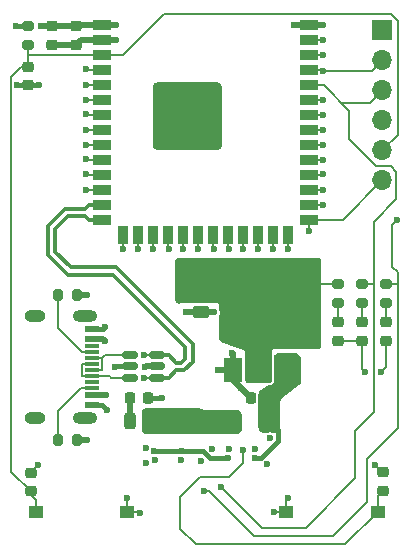
<source format=gbr>
%TF.GenerationSoftware,KiCad,Pcbnew,7.0.5-7.0.5~ubuntu20.04.1*%
%TF.CreationDate,2023-06-26T22:11:10+02:00*%
%TF.ProjectId,ESP32_UniBoard,45535033-325f-4556-9e69-426f6172642e,rev?*%
%TF.SameCoordinates,Original*%
%TF.FileFunction,Copper,L1,Top*%
%TF.FilePolarity,Positive*%
%FSLAX46Y46*%
G04 Gerber Fmt 4.6, Leading zero omitted, Abs format (unit mm)*
G04 Created by KiCad (PCBNEW 7.0.5-7.0.5~ubuntu20.04.1) date 2023-06-26 22:11:10*
%MOMM*%
%LPD*%
G01*
G04 APERTURE LIST*
G04 Aperture macros list*
%AMRoundRect*
0 Rectangle with rounded corners*
0 $1 Rounding radius*
0 $2 $3 $4 $5 $6 $7 $8 $9 X,Y pos of 4 corners*
0 Add a 4 corners polygon primitive as box body*
4,1,4,$2,$3,$4,$5,$6,$7,$8,$9,$2,$3,0*
0 Add four circle primitives for the rounded corners*
1,1,$1+$1,$2,$3*
1,1,$1+$1,$4,$5*
1,1,$1+$1,$6,$7*
1,1,$1+$1,$8,$9*
0 Add four rect primitives between the rounded corners*
20,1,$1+$1,$2,$3,$4,$5,0*
20,1,$1+$1,$4,$5,$6,$7,0*
20,1,$1+$1,$6,$7,$8,$9,0*
20,1,$1+$1,$8,$9,$2,$3,0*%
G04 Aperture macros list end*
%TA.AperFunction,ComponentPad*%
%ADD10R,1.700000X1.700000*%
%TD*%
%TA.AperFunction,ComponentPad*%
%ADD11O,1.700000X1.700000*%
%TD*%
%TA.AperFunction,SMDPad,CuDef*%
%ADD12R,1.500000X0.900000*%
%TD*%
%TA.AperFunction,SMDPad,CuDef*%
%ADD13R,0.900000X1.500000*%
%TD*%
%TA.AperFunction,SMDPad,CuDef*%
%ADD14R,0.900000X0.900000*%
%TD*%
%TA.AperFunction,SMDPad,CuDef*%
%ADD15RoundRect,0.243750X-0.243750X-0.456250X0.243750X-0.456250X0.243750X0.456250X-0.243750X0.456250X0*%
%TD*%
%TA.AperFunction,SMDPad,CuDef*%
%ADD16RoundRect,0.200000X-0.200000X-0.275000X0.200000X-0.275000X0.200000X0.275000X-0.200000X0.275000X0*%
%TD*%
%TA.AperFunction,SMDPad,CuDef*%
%ADD17R,1.250000X1.000000*%
%TD*%
%TA.AperFunction,SMDPad,CuDef*%
%ADD18RoundRect,0.218750X0.256250X-0.218750X0.256250X0.218750X-0.256250X0.218750X-0.256250X-0.218750X0*%
%TD*%
%TA.AperFunction,SMDPad,CuDef*%
%ADD19RoundRect,0.200000X-0.275000X0.200000X-0.275000X-0.200000X0.275000X-0.200000X0.275000X0.200000X0*%
%TD*%
%TA.AperFunction,SMDPad,CuDef*%
%ADD20RoundRect,0.225000X0.250000X-0.225000X0.250000X0.225000X-0.250000X0.225000X-0.250000X-0.225000X0*%
%TD*%
%TA.AperFunction,SMDPad,CuDef*%
%ADD21RoundRect,0.225000X0.225000X0.250000X-0.225000X0.250000X-0.225000X-0.250000X0.225000X-0.250000X0*%
%TD*%
%TA.AperFunction,SMDPad,CuDef*%
%ADD22R,1.240000X0.600000*%
%TD*%
%TA.AperFunction,SMDPad,CuDef*%
%ADD23R,1.240000X0.300000*%
%TD*%
%TA.AperFunction,ComponentPad*%
%ADD24O,2.100000X1.000000*%
%TD*%
%TA.AperFunction,ComponentPad*%
%ADD25O,1.800000X1.000000*%
%TD*%
%TA.AperFunction,SMDPad,CuDef*%
%ADD26RoundRect,0.150000X-0.512500X-0.150000X0.512500X-0.150000X0.512500X0.150000X-0.512500X0.150000X0*%
%TD*%
%TA.AperFunction,SMDPad,CuDef*%
%ADD27RoundRect,0.225000X-0.250000X0.225000X-0.250000X-0.225000X0.250000X-0.225000X0.250000X0.225000X0*%
%TD*%
%TA.AperFunction,SMDPad,CuDef*%
%ADD28RoundRect,0.225000X-0.225000X-0.250000X0.225000X-0.250000X0.225000X0.250000X-0.225000X0.250000X0*%
%TD*%
%TA.AperFunction,SMDPad,CuDef*%
%ADD29R,1.500000X2.000000*%
%TD*%
%TA.AperFunction,SMDPad,CuDef*%
%ADD30R,3.800000X2.000000*%
%TD*%
%TA.AperFunction,SMDPad,CuDef*%
%ADD31RoundRect,0.225000X0.225000X0.375000X-0.225000X0.375000X-0.225000X-0.375000X0.225000X-0.375000X0*%
%TD*%
%TA.AperFunction,SMDPad,CuDef*%
%ADD32RoundRect,0.250000X-0.475000X0.250000X-0.475000X-0.250000X0.475000X-0.250000X0.475000X0.250000X0*%
%TD*%
%TA.AperFunction,ViaPad*%
%ADD33C,0.600000*%
%TD*%
%TA.AperFunction,Conductor*%
%ADD34C,0.200000*%
%TD*%
%TA.AperFunction,Conductor*%
%ADD35C,0.400000*%
%TD*%
%TA.AperFunction,Conductor*%
%ADD36C,0.500000*%
%TD*%
%TA.AperFunction,Conductor*%
%ADD37C,0.310000*%
%TD*%
G04 APERTURE END LIST*
D10*
%TO.P,J2,1,Pin_1*%
%TO.N,GND*%
X136117300Y-52500000D03*
D11*
%TO.P,J2,2,Pin_2*%
%TO.N,/ESP_TX*%
X136117300Y-55040000D03*
%TO.P,J2,3,Pin_3*%
%TO.N,/ESP_RX*%
X136117300Y-57580000D03*
%TO.P,J2,4,Pin_4*%
%TO.N,+3V3*%
X136117300Y-60120000D03*
%TO.P,J2,5,Pin_5*%
%TO.N,/EN*%
X136117300Y-62660000D03*
%TO.P,J2,6,Pin_6*%
%TO.N,/BOOT*%
X136117300Y-65200000D03*
%TD*%
D12*
%TO.P,U1,1,GND*%
%TO.N,GND*%
X112367300Y-52043200D03*
%TO.P,U1,2,3V3*%
%TO.N,+3V3*%
X112367300Y-53313200D03*
%TO.P,U1,3,EN*%
%TO.N,/EN*%
X112367300Y-54583200D03*
%TO.P,U1,4,GPIO4/TOUCH4/ADC1_CH3*%
%TO.N,/GPIO4*%
X112367300Y-55853200D03*
%TO.P,U1,5,GPIO5/TOUCH5/ADC1_CH4*%
%TO.N,/GPIO5*%
X112367300Y-57123200D03*
%TO.P,U1,6,GPIO6/TOUCH6/ADC1_CH5*%
%TO.N,/GPIO6*%
X112367300Y-58393200D03*
%TO.P,U1,7,GPIO7/TOUCH7/ADC1_CH6*%
%TO.N,/GPIO7*%
X112367300Y-59663200D03*
%TO.P,U1,8,GPIO15/U0RTS/ADC2_CH4/XTAL_32K_P*%
%TO.N,/GPIO15*%
X112367300Y-60933200D03*
%TO.P,U1,9,GPIO16/U0CTS/ADC2_CH5/XTAL_32K_N*%
%TO.N,/GPIO16*%
X112367300Y-62203200D03*
%TO.P,U1,10,GPIO17/U1TXD/ADC2_CH6*%
%TO.N,/GPIO17*%
X112367300Y-63473200D03*
%TO.P,U1,11,GPIO18/U1RXD/ADC2_CH7/CLK_OUT3*%
%TO.N,/GPIO18*%
X112367300Y-64743200D03*
%TO.P,U1,12,GPIO8/TOUCH8/ADC1_CH7/SUBSPICS1*%
%TO.N,/GPIO8*%
X112367300Y-66013200D03*
%TO.P,U1,13,GPIO19/U1RTS/ADC2_CH8/CLK_OUT2/USB_D-*%
%TO.N,/DPr_N*%
X112367300Y-67283200D03*
%TO.P,U1,14,GPIO20/U1CTS/ADC2_CH9/CLK_OUT1/USB_D+*%
%TO.N,/DPr_P*%
X112367300Y-68553200D03*
D13*
%TO.P,U1,15,GPIO3/TOUCH3/ADC1_CH2*%
%TO.N,/GPIO3*%
X114132300Y-69803200D03*
%TO.P,U1,16,GPIO46*%
%TO.N,/GPIO46*%
X115402300Y-69803200D03*
%TO.P,U1,17,GPIO9/TOUCH9/ADC1_CH8/FSPIHD/SUBSPIHD*%
%TO.N,/GPIO9*%
X116672300Y-69803200D03*
%TO.P,U1,18,GPIO10/TOUCH10/ADC1_CH9/FSPICS0/FSPIIO4/SUBSPICS0*%
%TO.N,/GPIO10*%
X117942300Y-69803200D03*
%TO.P,U1,19,GPIO11/TOUCH11/ADC2_CH0/FSPID/FSPIIO5/SUBSPID*%
%TO.N,/GPIO11*%
X119212300Y-69803200D03*
%TO.P,U1,20,GPIO12/TOUCH12/ADC2_CH1/FSPICLK/FSPIIO6/SUBSPICLK*%
%TO.N,/GPIO12*%
X120482300Y-69803200D03*
%TO.P,U1,21,GPIO13/TOUCH13/ADC2_CH2/FSPIQ/FSPIIO7/SUBSPIQ*%
%TO.N,/GPIO13*%
X121752300Y-69803200D03*
%TO.P,U1,22,GPIO14/TOUCH14/ADC2_CH3/FSPIWP/FSPIDQS/SUBSPIWP*%
%TO.N,/GPIO14*%
X123022300Y-69803200D03*
%TO.P,U1,23,GPIO21*%
%TO.N,/GPIO21*%
X124292300Y-69803200D03*
%TO.P,U1,24,GPIO47/SPICLK_P/SUBSPICLK_P_DIFF*%
%TO.N,/GPIO47*%
X125562300Y-69803200D03*
%TO.P,U1,25,GPIO48/SPICLK_N/SUBSPICLK_N_DIFF*%
%TO.N,/GPIO48*%
X126832300Y-69803200D03*
%TO.P,U1,26,GPIO45*%
%TO.N,/GPIO45*%
X128102300Y-69803200D03*
D12*
%TO.P,U1,27,GPIO0/BOOT*%
%TO.N,/BOOT*%
X129867300Y-68553200D03*
%TO.P,U1,28,SPIIO6/GPIO35/FSPID/SUBSPID*%
%TO.N,/GPIO35*%
X129867300Y-67283200D03*
%TO.P,U1,29,SPIIO7/GPIO36/FSPICLK/SUBSPICLK*%
%TO.N,/GPIO36*%
X129867300Y-66013200D03*
%TO.P,U1,30,SPIDQS/GPIO37/FSPIQ/SUBSPIQ*%
%TO.N,/GPIO37*%
X129867300Y-64743200D03*
%TO.P,U1,31,GPIO38/FSPIWP/SUBSPIWP*%
%TO.N,/GPIO38*%
X129867300Y-63473200D03*
%TO.P,U1,32,MTCK/GPIO39/CLK_OUT3/SUBSPICS1*%
%TO.N,/GPIO39*%
X129867300Y-62203200D03*
%TO.P,U1,33,MTDO/GPIO40/CLK_OUT2*%
%TO.N,/GPIO40*%
X129867300Y-60933200D03*
%TO.P,U1,34,MTDI/GPIO41/CLK_OUT1*%
%TO.N,/GPIO41*%
X129867300Y-59663200D03*
%TO.P,U1,35,MTMS/GPIO42*%
%TO.N,/GPIO42*%
X129867300Y-58393200D03*
%TO.P,U1,36,U0RXD/GPIO44/CLK_OUT2*%
%TO.N,/ESP_RX*%
X129867300Y-57123200D03*
%TO.P,U1,37,U0TXD/GPIO43/CLK_OUT1*%
%TO.N,/ESP_TX*%
X129867300Y-55853200D03*
%TO.P,U1,38,GPIO2/TOUCH2/ADC1_CH1*%
%TO.N,/GPIO2*%
X129867300Y-54583200D03*
%TO.P,U1,39,GPIO1/TOUCH1/ADC1_CH0*%
%TO.N,/GPIO1*%
X129867300Y-53313200D03*
%TO.P,U1,40,GND*%
%TO.N,GND*%
X129867300Y-52043200D03*
D14*
%TO.P,U1,41,GND*%
X118217300Y-58363200D03*
X118217300Y-59763200D03*
X118217300Y-61163200D03*
X119617300Y-58363200D03*
X119617300Y-59763200D03*
X119617300Y-61163200D03*
X121017300Y-58363200D03*
X121017300Y-59763200D03*
X121017300Y-61163200D03*
%TD*%
D15*
%TO.P,F1,1*%
%TO.N,VBUS*%
X114752800Y-85603200D03*
%TO.P,F1,2*%
%TO.N,/VBUS_Fused*%
X116627800Y-85603200D03*
%TD*%
D16*
%TO.P,R2,1*%
%TO.N,/R_CC2*%
X108640100Y-87182800D03*
%TO.P,R2,2*%
%TO.N,GND*%
X110290100Y-87182800D03*
%TD*%
D17*
%TO.P,SW1,1,1*%
%TO.N,GND*%
X114492300Y-93303200D03*
%TO.P,SW1,2,2*%
%TO.N,/EN*%
X106742300Y-93303200D03*
%TD*%
D18*
%TO.P,D3,1,K*%
%TO.N,GND*%
X134391500Y-78792500D03*
%TO.P,D3,2,A*%
%TO.N,Net-(D3-A)*%
X134391500Y-77217500D03*
%TD*%
D19*
%TO.P,R6,1*%
%TO.N,/GPIO1*%
X136423500Y-73962600D03*
%TO.P,R6,2*%
%TO.N,Net-(D4-A)*%
X136423500Y-75612600D03*
%TD*%
D20*
%TO.P,C4,1*%
%TO.N,+3V3*%
X110195300Y-53712200D03*
%TO.P,C4,2*%
%TO.N,GND*%
X110195300Y-52162200D03*
%TD*%
D19*
%TO.P,R3,1*%
%TO.N,+3V3*%
X106089300Y-52112300D03*
%TO.P,R3,2*%
%TO.N,/EN*%
X106089300Y-53762300D03*
%TD*%
D21*
%TO.P,C8,1*%
%TO.N,+5V*%
X126504800Y-83603200D03*
%TO.P,C8,2*%
%TO.N,GND*%
X124954800Y-83603200D03*
%TD*%
D22*
%TO.P,J1,A1,GND*%
%TO.N,GND*%
X111529500Y-77803200D03*
%TO.P,J1,A4,VBUS*%
%TO.N,VBUS*%
X111529500Y-78603200D03*
D23*
%TO.P,J1,A5,CC1*%
%TO.N,/R_CC1*%
X111529500Y-79753200D03*
%TO.P,J1,A6,D+*%
%TO.N,/D_P*%
X111529500Y-80753200D03*
%TO.P,J1,A7,D-*%
%TO.N,/D_N*%
X111529500Y-81253200D03*
%TO.P,J1,A8,SBU1*%
%TO.N,unconnected-(J1-SBU1-PadA8)*%
X111529500Y-82253200D03*
D22*
%TO.P,J1,A9,VBUS*%
%TO.N,VBUS*%
X111529500Y-83403200D03*
%TO.P,J1,A12,GND*%
%TO.N,GND*%
X111529500Y-84203200D03*
%TO.P,J1,B1,GND*%
X111529500Y-84203200D03*
%TO.P,J1,B4,VBUS*%
%TO.N,VBUS*%
X111529500Y-83403200D03*
D23*
%TO.P,J1,B5,CC2*%
%TO.N,/R_CC2*%
X111529500Y-82753200D03*
%TO.P,J1,B6,D+*%
%TO.N,/D_P*%
X111529500Y-81753200D03*
%TO.P,J1,B7,D-*%
%TO.N,/D_N*%
X111529500Y-80253200D03*
%TO.P,J1,B8,SBU2*%
%TO.N,unconnected-(J1-SBU2-PadB8)*%
X111529500Y-79253200D03*
D22*
%TO.P,J1,B9,VBUS*%
%TO.N,VBUS*%
X111529500Y-78603200D03*
%TO.P,J1,B12,GND*%
%TO.N,GND*%
X111529500Y-77803200D03*
D24*
%TO.P,J1,S1,SHIELD*%
%TO.N,unconnected-(J1-SHIELD-PadS1)*%
X110929500Y-76683200D03*
D25*
X106729500Y-76683200D03*
D24*
X110929500Y-85323200D03*
D25*
X106729500Y-85323200D03*
%TD*%
D17*
%TO.P,SW2,1,1*%
%TO.N,GND*%
X127967300Y-93253200D03*
%TO.P,SW2,2,2*%
%TO.N,/BOOT*%
X135717300Y-93253200D03*
%TD*%
D18*
%TO.P,D4,1,K*%
%TO.N,GND*%
X136423500Y-78792500D03*
%TO.P,D4,2,A*%
%TO.N,Net-(D4-A)*%
X136423500Y-77217500D03*
%TD*%
D26*
%TO.P,U3,1,I/O1*%
%TO.N,/D_N*%
X114752800Y-80003200D03*
%TO.P,U3,2,GND*%
%TO.N,GND*%
X114752800Y-80953200D03*
%TO.P,U3,3,I/O2*%
%TO.N,/D_P*%
X114752800Y-81903200D03*
%TO.P,U3,4,I/O2*%
%TO.N,/DPr_P*%
X117027800Y-81903200D03*
%TO.P,U3,5,VBUS*%
%TO.N,VBUS*%
X117027800Y-80953200D03*
%TO.P,U3,6,I/O1*%
%TO.N,/DPr_N*%
X117027800Y-80003200D03*
%TD*%
D27*
%TO.P,C2,1*%
%TO.N,GND*%
X106317300Y-89978200D03*
%TO.P,C2,2*%
%TO.N,/EN*%
X106317300Y-91528200D03*
%TD*%
D28*
%TO.P,C9,1*%
%TO.N,VBUS*%
X114708900Y-83603200D03*
%TO.P,C9,2*%
%TO.N,GND*%
X116258900Y-83603200D03*
%TD*%
D20*
%TO.P,C3,1*%
%TO.N,+3V3*%
X108117300Y-53712300D03*
%TO.P,C3,2*%
%TO.N,GND*%
X108117300Y-52162300D03*
%TD*%
D18*
%TO.P,D2,1,K*%
%TO.N,GND*%
X132320400Y-78792500D03*
%TO.P,D2,2,A*%
%TO.N,Net-(D2-A)*%
X132320400Y-77217500D03*
%TD*%
D27*
%TO.P,C5,1*%
%TO.N,GND*%
X136192300Y-89928200D03*
%TO.P,C5,2*%
%TO.N,/BOOT*%
X136192300Y-91478200D03*
%TD*%
D29*
%TO.P,U2,1,GND*%
%TO.N,GND*%
X123429800Y-81253200D03*
%TO.P,U2,2,VO*%
%TO.N,+3V3*%
X125729800Y-81253200D03*
D30*
X125729800Y-74953200D03*
D29*
%TO.P,U2,3,VI*%
%TO.N,+5V*%
X128029800Y-81253200D03*
%TD*%
D16*
%TO.P,R1,1*%
%TO.N,/R_CC1*%
X108640100Y-74864600D03*
%TO.P,R1,2*%
%TO.N,GND*%
X110290100Y-74864600D03*
%TD*%
D19*
%TO.P,R5,1*%
%TO.N,/ESP_RX*%
X134391500Y-73962600D03*
%TO.P,R5,2*%
%TO.N,Net-(D3-A)*%
X134391500Y-75612600D03*
%TD*%
%TO.P,R4,1*%
%TO.N,+3V3*%
X132320400Y-73962600D03*
%TO.P,R4,2*%
%TO.N,Net-(D2-A)*%
X132320400Y-75612600D03*
%TD*%
D27*
%TO.P,C1,1*%
%TO.N,/EN*%
X106089300Y-55562300D03*
%TO.P,C1,2*%
%TO.N,GND*%
X106089300Y-57112300D03*
%TD*%
D31*
%TO.P,D1,1,K*%
%TO.N,+5V*%
X126500000Y-85700000D03*
%TO.P,D1,2,A*%
%TO.N,/VBUS_Fused*%
X123200000Y-85700000D03*
%TD*%
D32*
%TO.P,C6,1*%
%TO.N,+3V3*%
X120717300Y-74453200D03*
%TO.P,C6,2*%
%TO.N,GND*%
X120717300Y-76353200D03*
%TD*%
D33*
%TO.N,GND*%
X123417300Y-79778200D03*
X116100000Y-89100000D03*
X107017300Y-57103200D03*
X114500000Y-92100000D03*
X128100000Y-92100000D03*
X135467300Y-89303200D03*
X126300000Y-89200000D03*
X105192300Y-57128200D03*
X117400000Y-57600000D03*
X111142300Y-52053200D03*
X113542300Y-52028200D03*
X120776591Y-88923409D03*
X113500000Y-81000000D03*
X117517300Y-60503200D03*
X107217300Y-52153200D03*
X126917300Y-93253700D03*
X117517300Y-59103200D03*
X119492300Y-76328200D03*
X118917300Y-60503200D03*
X109142300Y-52153200D03*
X121717300Y-59103200D03*
X134600000Y-81400000D03*
X112817300Y-84678200D03*
X136000000Y-81400000D03*
X120317300Y-59103200D03*
X124142300Y-82778200D03*
X131092300Y-52028200D03*
X118917300Y-59103200D03*
X121800000Y-57600000D03*
X121717300Y-60503200D03*
X120317300Y-60503200D03*
X121892300Y-76378200D03*
X118917300Y-57603200D03*
X112642300Y-77653200D03*
X121723409Y-87976591D03*
X121700000Y-61900000D03*
X126600000Y-87000000D03*
X120317300Y-61903200D03*
X120317300Y-57603200D03*
X122167300Y-81253200D03*
X111117300Y-74878200D03*
X111142300Y-87178200D03*
X115600000Y-93400000D03*
X117500000Y-61900000D03*
X116058732Y-87893467D03*
X106967300Y-89303200D03*
X118917300Y-61903200D03*
X128667300Y-52028200D03*
X117467300Y-83603200D03*
%TO.N,+3V3*%
X125300000Y-87930497D03*
X119542300Y-74403200D03*
X126200000Y-77600000D03*
X113567300Y-53303200D03*
X121917300Y-74453200D03*
X128686800Y-75800000D03*
X127500000Y-77600000D03*
X126200000Y-79200000D03*
X123124829Y-87940690D03*
X125000000Y-79200000D03*
X109167300Y-53703200D03*
X125000000Y-73400000D03*
X125000000Y-77600000D03*
X105092300Y-52103200D03*
X111142300Y-53328200D03*
X123400000Y-77600000D03*
X123392300Y-75803200D03*
X119100000Y-88900000D03*
X128686800Y-74128200D03*
X128700000Y-77600000D03*
X116869503Y-88900000D03*
X120742300Y-73453200D03*
X123342300Y-74153200D03*
X126200000Y-73400000D03*
%TO.N,/BOOT*%
X129917300Y-69503200D03*
X124300000Y-88000000D03*
%TO.N,VBUS*%
X114715100Y-84493200D03*
X112715100Y-83393200D03*
X116015100Y-80993200D03*
X112615100Y-78793200D03*
%TO.N,+5V*%
X123000000Y-88700000D03*
X116800000Y-88100000D03*
X119117300Y-88100000D03*
X125300000Y-88700000D03*
%TO.N,/ESP_TX*%
X131117300Y-55903200D03*
%TO.N,/ESP_RX*%
X122474414Y-91125586D03*
%TO.N,/GPIO4*%
X111017300Y-55803200D03*
%TO.N,/GPIO5*%
X111017300Y-57103200D03*
%TO.N,/GPIO6*%
X111017300Y-58403200D03*
%TO.N,/GPIO7*%
X111017300Y-59603200D03*
%TO.N,/GPIO15*%
X111017300Y-60903200D03*
%TO.N,/GPIO16*%
X111017300Y-62203200D03*
%TO.N,/GPIO17*%
X111017300Y-63403200D03*
%TO.N,/GPIO18*%
X111017300Y-64703200D03*
%TO.N,/GPIO8*%
X111017300Y-66003200D03*
%TO.N,/GPIO3*%
X114117300Y-71003200D03*
%TO.N,/GPIO46*%
X115417300Y-71003200D03*
%TO.N,/GPIO9*%
X116717300Y-71003200D03*
%TO.N,/GPIO10*%
X118017300Y-71003200D03*
%TO.N,/GPIO11*%
X119217300Y-71003200D03*
%TO.N,/GPIO12*%
X120517300Y-71003200D03*
%TO.N,/GPIO13*%
X121817300Y-71003200D03*
%TO.N,/GPIO14*%
X123117300Y-71003200D03*
%TO.N,/GPIO21*%
X124317300Y-71003200D03*
%TO.N,/GPIO47*%
X125617300Y-71003200D03*
%TO.N,/GPIO48*%
X126817300Y-71003200D03*
%TO.N,/GPIO45*%
X128117300Y-71003200D03*
%TO.N,/GPIO35*%
X131117300Y-67303200D03*
%TO.N,/GPIO36*%
X131117300Y-66003200D03*
%TO.N,/GPIO37*%
X131117300Y-64703200D03*
%TO.N,/GPIO38*%
X131117300Y-63503200D03*
%TO.N,/GPIO39*%
X131117300Y-62203200D03*
%TO.N,/GPIO40*%
X131117300Y-60903200D03*
%TO.N,/GPIO41*%
X131117300Y-59703200D03*
%TO.N,/GPIO42*%
X131117300Y-58403200D03*
%TO.N,/GPIO2*%
X131117300Y-54603200D03*
%TO.N,/GPIO1*%
X120987800Y-91499068D03*
X131117300Y-53303200D03*
X137358900Y-68558900D03*
%TO.N,/DPr_P*%
X115900000Y-81900000D03*
%TO.N,/DPr_N*%
X115900000Y-80000000D03*
%TD*%
D34*
%TO.N,/EN*%
X112367300Y-54583200D02*
X106094300Y-54583200D01*
X106317300Y-91878200D02*
X106742300Y-92303200D01*
X104662300Y-56427000D02*
X105527000Y-55562300D01*
X106317300Y-91528200D02*
X104662300Y-89873200D01*
X105527000Y-55562300D02*
X106089300Y-55562300D01*
X104662300Y-89873200D02*
X104662300Y-56427000D01*
X106089300Y-53762300D02*
X106089300Y-55562300D01*
X106317300Y-91528200D02*
X106317300Y-91878200D01*
X106742300Y-92303200D02*
X106742300Y-93303200D01*
X136800000Y-51100000D02*
X137400000Y-51700000D01*
X137400000Y-61377300D02*
X136117300Y-62660000D01*
X117600000Y-51100000D02*
X136800000Y-51100000D01*
X114116800Y-54583200D02*
X117600000Y-51100000D01*
X112367300Y-54583200D02*
X114116800Y-54583200D01*
X137400000Y-51700000D02*
X137400000Y-61377300D01*
D35*
%TO.N,GND*%
X116483900Y-83603200D02*
X117467300Y-83603200D01*
X106089300Y-57112300D02*
X105208200Y-57112300D01*
D36*
X119517300Y-76353200D02*
X119492300Y-76328200D01*
X121867300Y-76353200D02*
X121892300Y-76378200D01*
D34*
X127967300Y-92232700D02*
X128100000Y-92100000D01*
X126917800Y-93253200D02*
X126917300Y-93253700D01*
D36*
X129867300Y-52043200D02*
X131077300Y-52043200D01*
X108117300Y-52162300D02*
X107226400Y-52162300D01*
X112367300Y-52043200D02*
X113527300Y-52043200D01*
D34*
X132320400Y-78792500D02*
X134391500Y-78792500D01*
D36*
X111103700Y-74864600D02*
X111117300Y-74878200D01*
D34*
X114492300Y-93303200D02*
X115503200Y-93303200D01*
D35*
X106089300Y-57112300D02*
X107008200Y-57112300D01*
D36*
X123429800Y-81253200D02*
X122167300Y-81253200D01*
D35*
X113527300Y-52043200D02*
X113542300Y-52028200D01*
X110195200Y-52162300D02*
X110195300Y-52162200D01*
X112492300Y-77803200D02*
X112642300Y-77653200D01*
D36*
X120717300Y-76353200D02*
X119517300Y-76353200D01*
D35*
X114752800Y-80953200D02*
X113546800Y-80953200D01*
D36*
X123429800Y-81253200D02*
X123429800Y-79790700D01*
D34*
X136423500Y-80976500D02*
X136000000Y-81400000D01*
D36*
X110290100Y-87182800D02*
X111137700Y-87182800D01*
D34*
X127967300Y-93253200D02*
X127967300Y-92232700D01*
X106317300Y-89978200D02*
X106317300Y-89953200D01*
X136192300Y-89928200D02*
X136092300Y-89928200D01*
X134391500Y-81191500D02*
X134600000Y-81400000D01*
X106317300Y-89953200D02*
X106967300Y-89303200D01*
D35*
X110195300Y-52162200D02*
X110304300Y-52053200D01*
D34*
X115503200Y-93303200D02*
X115600000Y-93400000D01*
D36*
X120717300Y-76353200D02*
X121867300Y-76353200D01*
X107226400Y-52162300D02*
X107217300Y-52153200D01*
D34*
X127967300Y-93253200D02*
X126917800Y-93253200D01*
D36*
X110304300Y-52053200D02*
X111142300Y-52053200D01*
X124129800Y-82778200D02*
X124142300Y-82778200D01*
D34*
X134391500Y-78792500D02*
X134391500Y-81191500D01*
D36*
X124142300Y-82778200D02*
X124142300Y-82790700D01*
D34*
X136423500Y-78792500D02*
X136423500Y-80976500D01*
D36*
X124142300Y-82790700D02*
X124954800Y-83603200D01*
X123429800Y-79790700D02*
X123417300Y-79778200D01*
X109151400Y-52162300D02*
X110195200Y-52162300D01*
X108117300Y-52162300D02*
X109133200Y-52162300D01*
D35*
X112342300Y-84203200D02*
X112817300Y-84678200D01*
D34*
X136092300Y-89928200D02*
X135467300Y-89303200D01*
D36*
X110290100Y-74864600D02*
X111103700Y-74864600D01*
X123429800Y-82078200D02*
X124129800Y-82778200D01*
D35*
X113546800Y-80953200D02*
X113500000Y-81000000D01*
X107008200Y-57112300D02*
X107017300Y-57103200D01*
D36*
X111142300Y-52053200D02*
X112357300Y-52053200D01*
D35*
X109142300Y-52153200D02*
X109151400Y-52162300D01*
X109133200Y-52162300D02*
X109142300Y-52153200D01*
D34*
X114492300Y-93303200D02*
X114492300Y-92107700D01*
D36*
X111137700Y-87182800D02*
X111142300Y-87178200D01*
X128682300Y-52043200D02*
X128667300Y-52028200D01*
X123429800Y-81253200D02*
X123429800Y-82078200D01*
X131077300Y-52043200D02*
X131092300Y-52028200D01*
X129867300Y-52043200D02*
X128682300Y-52043200D01*
D35*
X111754500Y-84203200D02*
X112342300Y-84203200D01*
X105208200Y-57112300D02*
X105192300Y-57128200D01*
D34*
X114492300Y-92107700D02*
X114500000Y-92100000D01*
D35*
X112357300Y-52053200D02*
X112367300Y-52043200D01*
X111529500Y-77803200D02*
X112492300Y-77803200D01*
D36*
%TO.N,+3V3*%
X111127300Y-53313200D02*
X110594300Y-53313200D01*
D34*
X130637400Y-73962600D02*
X132320400Y-73962600D01*
D35*
X106089300Y-52112300D02*
X105101400Y-52112300D01*
D34*
X129646800Y-74953200D02*
X130637400Y-73962600D01*
D35*
X111157300Y-53313200D02*
X111142300Y-53328200D01*
D36*
X112367300Y-53313200D02*
X111157300Y-53313200D01*
D35*
X105101400Y-52112300D02*
X105092300Y-52103200D01*
D36*
X112367300Y-53313200D02*
X113557300Y-53313200D01*
D34*
X125729800Y-74953200D02*
X129646800Y-74953200D01*
D36*
X110594300Y-53313200D02*
X110195300Y-53712200D01*
X113557300Y-53313200D02*
X113567300Y-53303200D01*
D35*
X111142300Y-53328200D02*
X111127300Y-53313200D01*
D36*
X108117300Y-53712300D02*
X109133200Y-53712300D01*
D35*
X109167300Y-53678200D02*
X109201400Y-53712300D01*
X109133200Y-53712300D02*
X109167300Y-53678200D01*
X110195200Y-53712300D02*
X110195300Y-53712200D01*
D36*
X109201400Y-53712300D02*
X110195200Y-53712300D01*
D34*
%TO.N,/BOOT*%
X129867300Y-69453200D02*
X129917300Y-69503200D01*
X132940500Y-96030000D02*
X135717300Y-93253200D01*
X129867300Y-68553200D02*
X129867300Y-69453200D01*
X123100000Y-90300000D02*
X120700000Y-90300000D01*
X120700000Y-90300000D02*
X119000000Y-92000000D01*
X129867300Y-68553200D02*
X132764100Y-68553200D01*
X124300000Y-88000000D02*
X124300000Y-89100000D01*
X124300000Y-89100000D02*
X123100000Y-90300000D01*
X119000000Y-92000000D02*
X119000000Y-94700000D01*
X136192300Y-91478200D02*
X135717300Y-91953200D01*
X120330000Y-96030000D02*
X132940500Y-96030000D01*
X132764100Y-68553200D02*
X136117300Y-65200000D01*
X119000000Y-94700000D02*
X120330000Y-96030000D01*
X135717300Y-91953200D02*
X135717300Y-93253200D01*
D36*
%TO.N,VBUS*%
X117027800Y-80953200D02*
X116055100Y-80953200D01*
X114708900Y-84499400D02*
X114708900Y-85559300D01*
X114708900Y-84487000D02*
X114715100Y-84493200D01*
X111529500Y-78603200D02*
X112425100Y-78603200D01*
X114715100Y-84493200D02*
X114708900Y-84499400D01*
X116055100Y-80953200D02*
X116015100Y-80993200D01*
X114708900Y-85559300D02*
X114752800Y-85603200D01*
X112705100Y-83403200D02*
X112715100Y-83393200D01*
X111529500Y-83403200D02*
X112705100Y-83403200D01*
X114708900Y-83603200D02*
X114708900Y-84487000D01*
X112425100Y-78603200D02*
X112615100Y-78793200D01*
D35*
%TO.N,+5V*%
X127270000Y-87277524D02*
X127270000Y-86318400D01*
X121500000Y-88700000D02*
X123000000Y-88700000D01*
X120900000Y-88100000D02*
X121500000Y-88700000D01*
X125300000Y-88700000D02*
X125847524Y-88700000D01*
X119117300Y-88100000D02*
X120900000Y-88100000D01*
X125847524Y-88700000D02*
X127270000Y-87277524D01*
X127270000Y-86318400D02*
X126554800Y-85603200D01*
X119117300Y-88100000D02*
X116800000Y-88100000D01*
D34*
%TO.N,Net-(D2-A)*%
X132320400Y-75612600D02*
X132320400Y-77217500D01*
%TO.N,/ESP_TX*%
X135257300Y-55900000D02*
X136117300Y-55040000D01*
X131117300Y-55903200D02*
X131120500Y-55900000D01*
X131067300Y-55853200D02*
X131117300Y-55903200D01*
X131120500Y-55900000D02*
X135257300Y-55900000D01*
X129867300Y-55853200D02*
X131067300Y-55853200D01*
%TO.N,/ESP_RX*%
X135400000Y-74000000D02*
X135400000Y-68700000D01*
X135400000Y-68700000D02*
X137300000Y-66800000D01*
X137300000Y-66800000D02*
X137300000Y-64499999D01*
X136800001Y-64000000D02*
X135600000Y-64000000D01*
X129600000Y-94600000D02*
X133800000Y-90400000D01*
X134391500Y-73962600D02*
X135362600Y-73962600D01*
X133800000Y-86400000D02*
X135400000Y-84800000D01*
X137300000Y-64499999D02*
X136800001Y-64000000D01*
X135400000Y-84800000D02*
X135400000Y-74000000D01*
X125948828Y-94600000D02*
X129600000Y-94600000D01*
X129867300Y-57123200D02*
X131137300Y-57123200D01*
X122474414Y-91125586D02*
X125948828Y-94600000D01*
X135054350Y-58642950D02*
X132657050Y-58642950D01*
X135600000Y-64000000D02*
X133300000Y-61700000D01*
X133300000Y-61700000D02*
X133300000Y-59285900D01*
X131137300Y-57123200D02*
X133300000Y-59285900D01*
X133800000Y-90400000D02*
X133800000Y-86400000D01*
X135362600Y-73962600D02*
X135400000Y-74000000D01*
X136117300Y-57580000D02*
X135054350Y-58642950D01*
%TO.N,/GPIO4*%
X111067300Y-55853200D02*
X111017300Y-55803200D01*
X112367300Y-55853200D02*
X111067300Y-55853200D01*
%TO.N,/GPIO5*%
X112367300Y-57123200D02*
X111037300Y-57123200D01*
X111037300Y-57123200D02*
X111017300Y-57103200D01*
%TO.N,/GPIO6*%
X112367300Y-58393200D02*
X111027300Y-58393200D01*
X111027300Y-58393200D02*
X111017300Y-58403200D01*
%TO.N,/GPIO7*%
X112367300Y-59663200D02*
X111077300Y-59663200D01*
X111077300Y-59663200D02*
X111017300Y-59603200D01*
%TO.N,/GPIO15*%
X112367300Y-60933200D02*
X111047300Y-60933200D01*
X111047300Y-60933200D02*
X111017300Y-60903200D01*
%TO.N,/GPIO16*%
X112367300Y-62203200D02*
X111017300Y-62203200D01*
%TO.N,/GPIO17*%
X112367300Y-63473200D02*
X111087300Y-63473200D01*
X111087300Y-63473200D02*
X111017300Y-63403200D01*
%TO.N,/GPIO18*%
X112367300Y-64743200D02*
X111057300Y-64743200D01*
X111057300Y-64743200D02*
X111017300Y-64703200D01*
%TO.N,/GPIO8*%
X112367300Y-66013200D02*
X111027300Y-66013200D01*
X111027300Y-66013200D02*
X111017300Y-66003200D01*
%TO.N,/D_P*%
X110709500Y-81753200D02*
X110679500Y-81723200D01*
X111529500Y-81753200D02*
X110709500Y-81753200D01*
X113167300Y-81903200D02*
X114752800Y-81903200D01*
X111529500Y-81753200D02*
X113017300Y-81753200D01*
X110709500Y-80753200D02*
X111529500Y-80753200D01*
X110679500Y-81723200D02*
X110679500Y-80783200D01*
X113017300Y-81753200D02*
X113167300Y-81903200D01*
X110679500Y-80783200D02*
X110709500Y-80753200D01*
%TO.N,/D_N*%
X112349500Y-81253200D02*
X111529500Y-81253200D01*
X111529500Y-80253200D02*
X112349500Y-80253200D01*
X112599500Y-80003200D02*
X114752800Y-80003200D01*
X112349500Y-80253200D02*
X112379500Y-80283200D01*
X112379500Y-80283200D02*
X112379500Y-81223200D01*
X112349500Y-80253200D02*
X112599500Y-80003200D01*
X112379500Y-81223200D02*
X112349500Y-81253200D01*
%TO.N,/GPIO3*%
X114132300Y-69803200D02*
X114132300Y-70988200D01*
X114132300Y-70988200D02*
X114117300Y-71003200D01*
%TO.N,/GPIO46*%
X115402300Y-70988200D02*
X115417300Y-71003200D01*
X115402300Y-69803200D02*
X115402300Y-70988200D01*
%TO.N,/GPIO9*%
X116672300Y-70958200D02*
X116717300Y-71003200D01*
X116672300Y-69803200D02*
X116672300Y-70958200D01*
%TO.N,/GPIO10*%
X117942300Y-69803200D02*
X117942300Y-70928200D01*
X117942300Y-70928200D02*
X118017300Y-71003200D01*
%TO.N,/GPIO11*%
X119212300Y-70998200D02*
X119217300Y-71003200D01*
X119212300Y-69803200D02*
X119212300Y-70998200D01*
%TO.N,/GPIO12*%
X120482300Y-69803200D02*
X120482300Y-70968200D01*
X120482300Y-70968200D02*
X120517300Y-71003200D01*
%TO.N,/GPIO13*%
X121752300Y-70938200D02*
X121817300Y-71003200D01*
X121752300Y-69803200D02*
X121752300Y-70938200D01*
%TO.N,/GPIO14*%
X123022300Y-70908200D02*
X123117300Y-71003200D01*
X123022300Y-69803200D02*
X123022300Y-70908200D01*
%TO.N,/GPIO21*%
X124292300Y-70978200D02*
X124317300Y-71003200D01*
X124292300Y-69803200D02*
X124292300Y-70978200D01*
%TO.N,/GPIO47*%
X125562300Y-69803200D02*
X125562300Y-70948200D01*
X125562300Y-70948200D02*
X125617300Y-71003200D01*
%TO.N,/GPIO48*%
X126832300Y-69803200D02*
X126832300Y-70988200D01*
X126832300Y-70988200D02*
X126817300Y-71003200D01*
%TO.N,/GPIO45*%
X128102300Y-69803200D02*
X128102300Y-70988200D01*
X128102300Y-70988200D02*
X128117300Y-71003200D01*
%TO.N,/GPIO35*%
X129867300Y-67283200D02*
X131097300Y-67283200D01*
X131097300Y-67283200D02*
X131117300Y-67303200D01*
%TO.N,/GPIO36*%
X129867300Y-66013200D02*
X131107300Y-66013200D01*
X131107300Y-66013200D02*
X131117300Y-66003200D01*
%TO.N,/GPIO37*%
X131077300Y-64743200D02*
X131117300Y-64703200D01*
X129867300Y-64743200D02*
X131077300Y-64743200D01*
%TO.N,/GPIO38*%
X131087300Y-63473200D02*
X131117300Y-63503200D01*
X129867300Y-63473200D02*
X131087300Y-63473200D01*
%TO.N,/GPIO39*%
X129867300Y-62203200D02*
X131117300Y-62203200D01*
%TO.N,/GPIO40*%
X129867300Y-60933200D02*
X131087300Y-60933200D01*
X131087300Y-60933200D02*
X131117300Y-60903200D01*
%TO.N,/GPIO41*%
X131077300Y-59663200D02*
X131117300Y-59703200D01*
X129867300Y-59663200D02*
X131077300Y-59663200D01*
%TO.N,/GPIO42*%
X129867300Y-58393200D02*
X131107300Y-58393200D01*
X131107300Y-58393200D02*
X131117300Y-58403200D01*
%TO.N,/GPIO2*%
X131097300Y-54583200D02*
X131117300Y-54603200D01*
X129867300Y-54583200D02*
X131097300Y-54583200D01*
%TO.N,/GPIO1*%
X136900000Y-69017800D02*
X136900000Y-72500000D01*
X137400000Y-73000000D02*
X137400000Y-74100000D01*
X137400000Y-86200000D02*
X137400000Y-74100000D01*
X125268263Y-95300000D02*
X131900000Y-95300000D01*
X120987800Y-91499068D02*
X121467331Y-91499068D01*
X134800000Y-92400000D02*
X134800000Y-88800000D01*
X136423500Y-73962600D02*
X137262600Y-73962600D01*
X137262600Y-73962600D02*
X137400000Y-74100000D01*
X131107300Y-53313200D02*
X131117300Y-53303200D01*
X121467331Y-91499068D02*
X125268263Y-95300000D01*
X129867300Y-53313200D02*
X131107300Y-53313200D01*
X131900000Y-95300000D02*
X134800000Y-92400000D01*
X134800000Y-88800000D02*
X137400000Y-86200000D01*
X137358900Y-68558900D02*
X136900000Y-69017800D01*
X136900000Y-72500000D02*
X137400000Y-73000000D01*
%TO.N,/R_CC1*%
X108640100Y-77683800D02*
X108640100Y-74864600D01*
X110709500Y-79753200D02*
X108640100Y-77683800D01*
X111529500Y-79753200D02*
X110709500Y-79753200D01*
%TO.N,Net-(D3-A)*%
X134391500Y-75612600D02*
X134391500Y-77217500D01*
%TO.N,Net-(D4-A)*%
X136423500Y-75612600D02*
X136423500Y-77217500D01*
%TO.N,/R_CC2*%
X108640100Y-84708006D02*
X108640100Y-87182800D01*
X110594906Y-82753200D02*
X108640100Y-84708006D01*
X111529500Y-82753200D02*
X110594906Y-82753200D01*
D37*
%TO.N,/DPr_P*%
X112417300Y-72573200D02*
X109718636Y-72573200D01*
X111242299Y-68553200D02*
X112367300Y-68553200D01*
X118666551Y-81258200D02*
X119343636Y-81258200D01*
X119343636Y-81258200D02*
X120047300Y-80554536D01*
X108372300Y-69329536D02*
X109478636Y-68223200D01*
X120047300Y-80554536D02*
X120047300Y-79026864D01*
X109478636Y-68223200D02*
X110912299Y-68223200D01*
X117027800Y-81903200D02*
X118021551Y-81903200D01*
X113593636Y-72573200D02*
X112417300Y-72573200D01*
X118021551Y-81903200D02*
X118666551Y-81258200D01*
D34*
X115900000Y-81900000D02*
X117024600Y-81900000D01*
D37*
X109718636Y-72573200D02*
X108372300Y-71226864D01*
X120047300Y-79026864D02*
X113593636Y-72573200D01*
X110912299Y-68223200D02*
X111242299Y-68553200D01*
X108372300Y-71226864D02*
X108372300Y-69329536D01*
D34*
X117024600Y-81900000D02*
X117027800Y-81903200D01*
D37*
%TO.N,/DPr_N*%
X119437300Y-79279536D02*
X113340964Y-73183200D01*
D34*
X115900000Y-80000000D02*
X117024600Y-80000000D01*
D37*
X107762300Y-71479536D02*
X107762300Y-69076864D01*
X119437300Y-80301864D02*
X119437300Y-79279536D01*
X113340964Y-73183200D02*
X109465964Y-73183200D01*
D34*
X117024600Y-80000000D02*
X117027800Y-80003200D01*
D37*
X109465964Y-73183200D02*
X107762300Y-71479536D01*
X107762300Y-69076864D02*
X109225964Y-67613200D01*
X117027800Y-80003200D02*
X118021551Y-80003200D01*
X111242299Y-67283200D02*
X112367300Y-67283200D01*
X109225964Y-67613200D02*
X110912299Y-67613200D01*
X118666551Y-80648200D02*
X119090964Y-80648200D01*
X118021551Y-80003200D02*
X118666551Y-80648200D01*
X119090964Y-80648200D02*
X119437300Y-80301864D01*
X110912299Y-67613200D02*
X111242299Y-67283200D01*
%TD*%
%TA.AperFunction,Conductor*%
%TO.N,/VBUS_Fused*%
G36*
X120455777Y-84500122D02*
G01*
X120512884Y-84503731D01*
X120520639Y-84504715D01*
X120576848Y-84515489D01*
X120580636Y-84516340D01*
X120717300Y-84551600D01*
X120823812Y-84579080D01*
X120855855Y-84587347D01*
X120869730Y-84590006D01*
X120917805Y-84599221D01*
X120980761Y-84603200D01*
X123713233Y-84603200D01*
X123721331Y-84603730D01*
X123813179Y-84615822D01*
X123830523Y-84618106D01*
X123861791Y-84626484D01*
X123952218Y-84663940D01*
X123980252Y-84680125D01*
X124057902Y-84739709D01*
X124080791Y-84762598D01*
X124140374Y-84840248D01*
X124156559Y-84868281D01*
X124194015Y-84958708D01*
X124202393Y-84989975D01*
X124216769Y-85099164D01*
X124217300Y-85107265D01*
X124217300Y-86199134D01*
X124216769Y-86207235D01*
X124202393Y-86316424D01*
X124194015Y-86347691D01*
X124156559Y-86438118D01*
X124140374Y-86466151D01*
X124080791Y-86543801D01*
X124057901Y-86566691D01*
X123980251Y-86626274D01*
X123952218Y-86642459D01*
X123861791Y-86679915D01*
X123830524Y-86688293D01*
X123742083Y-86699937D01*
X123721331Y-86702669D01*
X123713234Y-86703200D01*
X116221366Y-86703200D01*
X116213268Y-86702669D01*
X116189757Y-86699574D01*
X116104075Y-86688293D01*
X116072808Y-86679915D01*
X115982381Y-86642459D01*
X115954348Y-86626274D01*
X115876698Y-86566691D01*
X115853808Y-86543801D01*
X115794225Y-86466151D01*
X115778040Y-86438118D01*
X115740584Y-86347691D01*
X115732206Y-86316424D01*
X115717828Y-86207216D01*
X115717300Y-86199149D01*
X115717300Y-84851106D01*
X115718827Y-84831708D01*
X115730934Y-84755266D01*
X115742920Y-84718372D01*
X115773578Y-84658203D01*
X115796377Y-84626824D01*
X115844124Y-84579077D01*
X115875503Y-84556278D01*
X115935672Y-84525620D01*
X115972565Y-84513634D01*
X116035094Y-84503731D01*
X116049010Y-84501527D01*
X116068407Y-84500000D01*
X120451882Y-84500000D01*
X120455777Y-84500122D01*
G37*
%TD.AperFunction*%
%TD*%
%TA.AperFunction,Conductor*%
%TO.N,+5V*%
G36*
X128715272Y-79808913D02*
G01*
X128829446Y-79822824D01*
X128854625Y-79829334D01*
X128952094Y-79868809D01*
X128974711Y-79881657D01*
X129058529Y-79945158D01*
X129077020Y-79963455D01*
X129083077Y-79971277D01*
X129141399Y-80046598D01*
X129154486Y-80069083D01*
X129194980Y-80166122D01*
X129201758Y-80191239D01*
X129216870Y-80305250D01*
X129217300Y-80311762D01*
X129217300Y-82151138D01*
X129216164Y-82166092D01*
X129196769Y-82293017D01*
X129187838Y-82321559D01*
X129134768Y-82430068D01*
X129117721Y-82454641D01*
X129029440Y-82547873D01*
X129018334Y-82557950D01*
X127610330Y-83653065D01*
X127506477Y-83762742D01*
X127506477Y-83762743D01*
X127440115Y-83898430D01*
X127417299Y-84047742D01*
X127417300Y-86099952D01*
X127416876Y-86106420D01*
X127401964Y-86219687D01*
X127395275Y-86244651D01*
X127355301Y-86341157D01*
X127342379Y-86363539D01*
X127278787Y-86446413D01*
X127260513Y-86464687D01*
X127177639Y-86528279D01*
X127155257Y-86541201D01*
X127058751Y-86581175D01*
X127033787Y-86587864D01*
X126920521Y-86602776D01*
X126914053Y-86603200D01*
X126881900Y-86603200D01*
X126828376Y-86587484D01*
X126797462Y-86567616D01*
X126667649Y-86529500D01*
X126667648Y-86529500D01*
X126532352Y-86529500D01*
X126532350Y-86529500D01*
X126402537Y-86567616D01*
X126371624Y-86587484D01*
X126318100Y-86603200D01*
X126120547Y-86603200D01*
X126114079Y-86602776D01*
X126000812Y-86587864D01*
X125975848Y-86581175D01*
X125879342Y-86541201D01*
X125856960Y-86528279D01*
X125774083Y-86464684D01*
X125755815Y-86446416D01*
X125692218Y-86363536D01*
X125679300Y-86341160D01*
X125639323Y-86244647D01*
X125632636Y-86219689D01*
X125617724Y-86106419D01*
X125617300Y-86099952D01*
X125617300Y-83318513D01*
X125617781Y-83311626D01*
X125634681Y-83191194D01*
X125642252Y-83164746D01*
X125687414Y-83063139D01*
X125701970Y-83039802D01*
X125773353Y-82954551D01*
X125793770Y-82936120D01*
X125894500Y-82867963D01*
X125900467Y-82864505D01*
X126523337Y-82559426D01*
X126558266Y-82549712D01*
X126566321Y-82549008D01*
X126570949Y-82548605D01*
X126570953Y-82548604D01*
X126570958Y-82548604D01*
X126579508Y-82547431D01*
X126631588Y-82537661D01*
X126664670Y-82528012D01*
X126700569Y-82513585D01*
X126731126Y-82497659D01*
X126763533Y-82476483D01*
X126790390Y-82454892D01*
X126818019Y-82427807D01*
X126840141Y-82401382D01*
X126861956Y-82369403D01*
X126878487Y-82339167D01*
X126893625Y-82303560D01*
X126903929Y-82270674D01*
X126914732Y-82218796D01*
X126916075Y-82210268D01*
X126919071Y-82182356D01*
X126919569Y-82173741D01*
X126937716Y-80068460D01*
X126957123Y-80010438D01*
X126957778Y-80009562D01*
X126979062Y-79981572D01*
X126997107Y-79963337D01*
X127079054Y-79899654D01*
X127101177Y-79886673D01*
X127196741Y-79846201D01*
X127221473Y-79839342D01*
X127333844Y-79823443D01*
X127340258Y-79822958D01*
X128708777Y-79808553D01*
X128715272Y-79808913D01*
G37*
%TD.AperFunction*%
%TD*%
%TA.AperFunction,Conductor*%
%TO.N,GND*%
G36*
X122211971Y-56902381D02*
G01*
X122290618Y-56918024D01*
X122335308Y-56936535D01*
X122391626Y-56974166D01*
X122425833Y-57008373D01*
X122463462Y-57064688D01*
X122481976Y-57109387D01*
X122497617Y-57188019D01*
X122500000Y-57212210D01*
X122500000Y-62287789D01*
X122497617Y-62311980D01*
X122481976Y-62390612D01*
X122463462Y-62435311D01*
X122425836Y-62491623D01*
X122391623Y-62525836D01*
X122335311Y-62563462D01*
X122290612Y-62581976D01*
X122211980Y-62597617D01*
X122187789Y-62600000D01*
X117012211Y-62600000D01*
X116988020Y-62597617D01*
X116909387Y-62581976D01*
X116864689Y-62563462D01*
X116808373Y-62525833D01*
X116774166Y-62491626D01*
X116736535Y-62435308D01*
X116718024Y-62390618D01*
X116702381Y-62311971D01*
X116700000Y-62287789D01*
X116700000Y-57212210D01*
X116702381Y-57188029D01*
X116718025Y-57109379D01*
X116736534Y-57064693D01*
X116774168Y-57008370D01*
X116808370Y-56974168D01*
X116864693Y-56936534D01*
X116909379Y-56918025D01*
X116988028Y-56902381D01*
X117012211Y-56900000D01*
X122187789Y-56900000D01*
X122211971Y-56902381D01*
G37*
%TD.AperFunction*%
%TD*%
%TA.AperFunction,Conductor*%
%TO.N,+3V3*%
G36*
X130709109Y-71746670D02*
G01*
X130756864Y-71756068D01*
X130792626Y-71770808D01*
X130816971Y-71787024D01*
X130824843Y-71792267D01*
X130852226Y-71819586D01*
X130873760Y-71851753D01*
X130888584Y-71887481D01*
X130898092Y-71935207D01*
X130900000Y-71954550D01*
X130900000Y-79268448D01*
X130898097Y-79287763D01*
X130888616Y-79335424D01*
X130873835Y-79371110D01*
X130852362Y-79403247D01*
X130825047Y-79430562D01*
X130792910Y-79452035D01*
X130757224Y-79466816D01*
X130709563Y-79476297D01*
X130690248Y-79478200D01*
X126965576Y-79478200D01*
X126866081Y-79504707D01*
X126866079Y-79504708D01*
X126792956Y-79577204D01*
X126792955Y-79577206D01*
X126765590Y-79676477D01*
X126744113Y-82167914D01*
X126742038Y-82187244D01*
X126732115Y-82234896D01*
X126716977Y-82270503D01*
X126695162Y-82302482D01*
X126667533Y-82329567D01*
X126635126Y-82350743D01*
X126599227Y-82365170D01*
X126551388Y-82374145D01*
X126532028Y-82375836D01*
X125545387Y-82364751D01*
X125243245Y-82361356D01*
X124727992Y-82355567D01*
X124702588Y-82351956D01*
X124641372Y-82334938D01*
X124597492Y-82309163D01*
X124562232Y-82273504D01*
X124536955Y-82229340D01*
X124520626Y-82167941D01*
X124517300Y-82142497D01*
X124517300Y-79766612D01*
X124501232Y-79688068D01*
X124501231Y-79688066D01*
X124455612Y-79622148D01*
X124455610Y-79622146D01*
X124455609Y-79622145D01*
X124387763Y-79579435D01*
X124088606Y-79466816D01*
X122455080Y-78851868D01*
X122437326Y-78843065D01*
X122395326Y-78816701D01*
X122366776Y-78789511D01*
X122344212Y-78757177D01*
X122328540Y-78720998D01*
X122318287Y-78672487D01*
X122316150Y-78652788D01*
X122300420Y-76639453D01*
X122309364Y-76597558D01*
X122348382Y-76512121D01*
X122348384Y-76512112D01*
X122367638Y-76378202D01*
X122367638Y-76378197D01*
X122348384Y-76244287D01*
X122348382Y-76244278D01*
X122305222Y-76149772D01*
X122296279Y-76109427D01*
X122293862Y-75799956D01*
X122287649Y-75769948D01*
X122278045Y-75723551D01*
X122278044Y-75723549D01*
X122234193Y-75659009D01*
X122168985Y-75616160D01*
X122106980Y-75604319D01*
X122092344Y-75601524D01*
X122092343Y-75601524D01*
X122075312Y-75601653D01*
X121582572Y-75605409D01*
X119156286Y-75623901D01*
X119036898Y-75624811D01*
X118803621Y-75626589D01*
X118784199Y-75624816D01*
X118736257Y-75615611D01*
X118700317Y-75600965D01*
X118667927Y-75579546D01*
X118640378Y-75552207D01*
X118618709Y-75519977D01*
X118603790Y-75484149D01*
X118594221Y-75436279D01*
X118592300Y-75416873D01*
X118592300Y-71985619D01*
X118595663Y-71960034D01*
X118612172Y-71898324D01*
X118637722Y-71853989D01*
X118673324Y-71818303D01*
X118717597Y-71792651D01*
X118779274Y-71775996D01*
X118804842Y-71772574D01*
X130689776Y-71744808D01*
X130709109Y-71746670D01*
G37*
%TD.AperFunction*%
%TD*%
M02*

</source>
